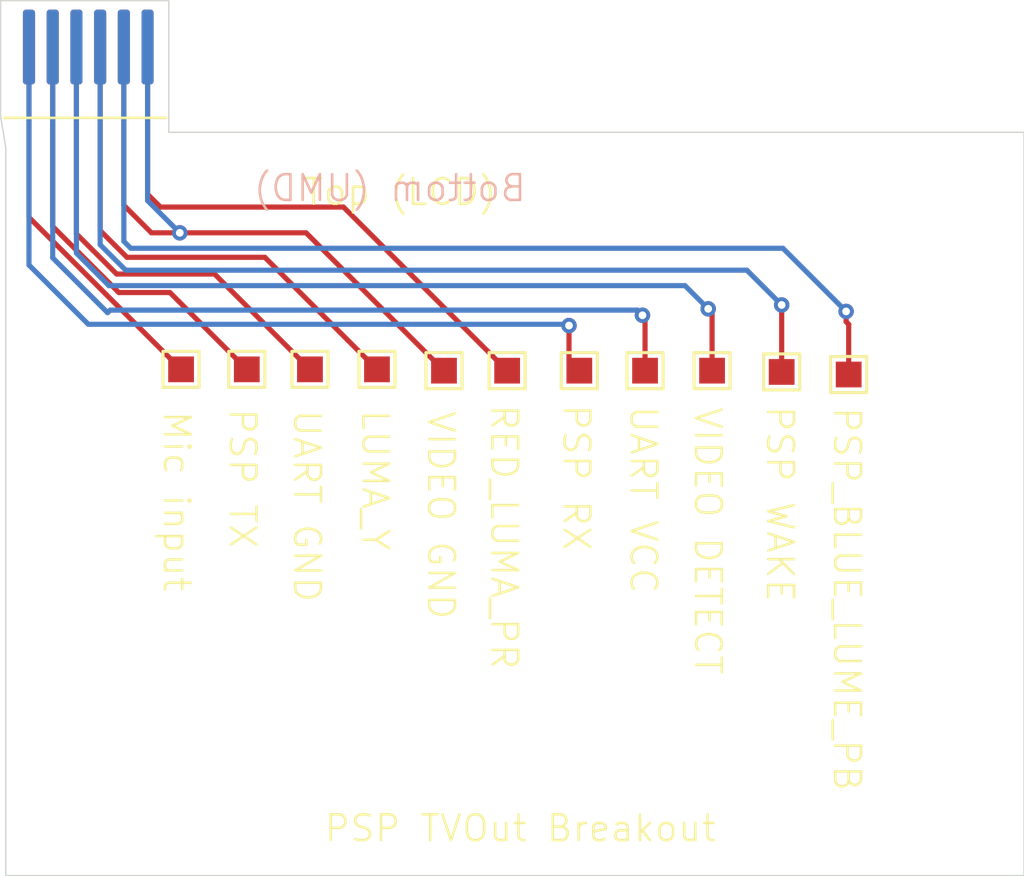
<source format=kicad_pcb>
(kicad_pcb (version 20240108) (generator "pcbnew") (generator_version "8.0")
  (layers (0 "F.Cu" signal) (31 "B.Cu" signal) (34 "B.Paste" user) (35 "F.Paste" user) (36 "B.SilkS" user "B.Silkscreen") (37 "F.SilkS" user "F.Silkscreen") (38 "B.Mask" user) (39 "F.Mask" user) (44 "Edge.Cuts" user))
  (net 0 "")
  (net 1 "/PSPRX")
  (net 2 "/PSP_UART_VCC")
  (net 3 "/PSPTX")
  (net 4 "/PSP_BLUE_LUME_PB")
  (net 5 "/PSP_WAKE")
  (net 6 "/GND")
  (net 7 "/PSP_VIDEO_DETECT")
  (net 8 "/LUMA_Y")
  (net 9 "/RED_LUMA_PR")
  (net 10 "/PSPMICIN")
  (net 11 "/UART_GND")
  (footprint "TestPoint:TestPoint_Pad_1.0x1.0mm" (layer "F.Cu") (at 176.9 76.25)
    (property "Reference" "TP5" (hide yes))
    (property "Value" "TestPoint")
    (fp_line (start -0.7 -0.7) (end 0.7 -0.7) (stroke (width 0.12)) (layer "F.SilkS"))
    (fp_line (start -0.7 0.7) (end -0.7 -0.7) (stroke (width 0.12)) (layer "F.SilkS"))
    (fp_line (start 0.7 -0.7) (end 0.7 0.7) (stroke (width 0.12)) (layer "F.SilkS"))
    (fp_line (start 0.7 0.7) (end -0.7 0.7) (stroke (width 0.12)) (layer "F.SilkS"))
    (pad "1" smd rect (at 0 0) (size 1 1) (layers "F.Cu" "F.Mask") (net 6 "/GND"))
  )
  (footprint "TestPoint:TestPoint_Pad_1.0x1.0mm" (layer "F.Cu") (at 187.3 76.25)
    (property "Reference" "TP9" (hide yes))
    (property "Value" "TestPoint")
    (fp_line (start -0.7 -0.7) (end 0.7 -0.7) (stroke (width 0.12)) (layer "F.SilkS"))
    (fp_line (start -0.7 0.7) (end -0.7 -0.7) (stroke (width 0.12)) (layer "F.SilkS"))
    (fp_line (start 0.7 -0.7) (end 0.7 0.7) (stroke (width 0.12)) (layer "F.SilkS"))
    (fp_line (start 0.7 0.7) (end -0.7 0.7) (stroke (width 0.12)) (layer "F.SilkS"))
    (pad "1" smd rect (at 0 0) (size 1 1) (layers "F.Cu" "F.Mask") (net 7 "/PSP_VIDEO_DETECT"))
  )
  (footprint "TestPoint:TestPoint_Pad_1.0x1.0mm" (layer "F.Cu") (at 192.6 76.4)
    (property "Reference" "TP11" (hide yes))
    (property "Value" "TestPoint")
    (fp_line (start -0.7 -0.7) (end 0.7 -0.7) (stroke (width 0.12)) (layer "F.SilkS"))
    (fp_line (start -0.7 0.7) (end -0.7 -0.7) (stroke (width 0.12)) (layer "F.SilkS"))
    (fp_line (start 0.7 -0.7) (end 0.7 0.7) (stroke (width 0.12)) (layer "F.SilkS"))
    (fp_line (start 0.7 0.7) (end -0.7 0.7) (stroke (width 0.12)) (layer "F.SilkS"))
    (pad "1" smd rect (at 0 0) (size 1 1) (layers "F.Cu" "F.Mask") (net 4 "/PSP_BLUE_LUME_PB"))
  )
  (footprint "TestPoint:TestPoint_Pad_1.0x1.0mm" (layer "F.Cu") (at 184.7 76.25)
    (property "Reference" "TP8" (hide yes))
    (property "Value" "TestPoint")
    (fp_line (start -0.7 -0.7) (end 0.7 -0.7) (stroke (width 0.12)) (layer "F.SilkS"))
    (fp_line (start -0.7 0.7) (end -0.7 -0.7) (stroke (width 0.12)) (layer "F.SilkS"))
    (fp_line (start 0.7 -0.7) (end 0.7 0.7) (stroke (width 0.12)) (layer "F.SilkS"))
    (fp_line (start 0.7 0.7) (end -0.7 0.7) (stroke (width 0.12)) (layer "F.SilkS"))
    (pad "1" smd rect (at 0 0) (size 1 1) (layers "F.Cu" "F.Mask") (net 2 "/PSP_UART_VCC"))
  )
  (footprint "TestPoint:TestPoint_Pad_1.0x1.0mm" (layer "F.Cu") (at 166.7 76.2)
    (property "Reference" "TP1" (hide yes))
    (property "Value" "TestPoint")
    (fp_line (start -0.7 -0.7) (end 0.7 -0.7) (stroke (width 0.12)) (layer "F.SilkS"))
    (fp_line (start -0.7 0.7) (end -0.7 -0.7) (stroke (width 0.12)) (layer "F.SilkS"))
    (fp_line (start 0.7 -0.7) (end 0.7 0.7) (stroke (width 0.12)) (layer "F.SilkS"))
    (fp_line (start 0.7 0.7) (end -0.7 0.7) (stroke (width 0.12)) (layer "F.SilkS"))
    (pad "1" smd rect (at 0 0) (size 1 1) (layers "F.Cu" "F.Mask") (net 10 "/PSPMICIN"))
  )
  (footprint "psp:TVOut Cable" (layer "F.Cu") (at 168.8255 70.9875)
    (property "Reference" "U1" (hide yes))
    (property "Value" "~" (hide yes))
    (fp_line (start -2.7 -4.55) (end -9 -4.55) (stroke (width 0.1)) (layer "F.SilkS"))
    (fp_line (start -9.125 -9.1) (end -9.125 -4.6) (stroke (width 0.05)) (layer "Edge.Cuts"))
    (fp_line (start -2.6 -9.1) (end -9.125 -9.1) (stroke (width 0.05)) (layer "Edge.Cuts"))
    (fp_line (start -2.6 -4.6) (end -2.6 -9.1) (stroke (width 0.05)) (layer "Edge.Cuts"))
    (pad "1" smd roundrect (at -8.025 -7.3 180) (size 0.47 2.9) (layers "F.Cu" "F.Paste" "F.Mask") (net 10 "/PSPMICIN"))
    (pad "2" smd roundrect (at -7.105 -7.3 180) (size 0.47 2.9) (layers "F.Cu" "F.Paste" "F.Mask") (net 3 "/PSPTX"))
    (pad "3" smd roundrect (at -6.185 -7.3 180) (size 0.47 2.9) (layers "F.Cu" "F.Paste" "F.Mask") (net 11 "/UART_GND"))
    (pad "4" smd roundrect (at -5.265 -7.3 180) (size 0.47 2.9) (layers "F.Cu" "F.Paste" "F.Mask") (net 8 "/LUMA_Y"))
    (pad "5" smd roundrect (at -4.345 -7.3 180) (size 0.47 2.9) (layers "F.Cu" "F.Paste" "F.Mask") (net 6 "/GND"))
    (pad "6" smd roundrect (at -3.425 -7.3 180) (size 0.47 2.9) (layers "F.Cu" "F.Paste" "F.Mask") (net 9 "/RED_LUMA_PR"))
    (pad "7" smd roundrect (at -8.025 -7.3 180) (size 0.47 2.9) (layers "B.Cu" "B.Paste" "B.Mask") (net 1 "/PSPRX"))
    (pad "8" smd roundrect (at -7.105 -7.3 180) (size 0.47 2.9) (layers "B.Cu" "B.Paste" "B.Mask") (net 2 "/PSP_UART_VCC"))
    (pad "9" smd roundrect (at -6.185 -7.3 180) (size 0.47 2.9) (layers "B.Cu" "B.Paste" "B.Mask") (net 7 "/PSP_VIDEO_DETECT"))
    (pad "10" smd roundrect (at -5.265 -7.3 180) (size 0.47 2.9) (layers "B.Cu" "B.Paste" "B.Mask") (net 5 "/PSP_WAKE"))
    (pad "11" smd roundrect (at -4.345 -7.3 180) (size 0.47 2.9) (layers "B.Cu" "B.Paste" "B.Mask") (net 4 "/PSP_BLUE_LUME_PB"))
    (pad "12" smd roundrect (at -3.425 -7.3 180) (size 0.47 2.9) (layers "B.Cu" "B.Paste" "B.Mask") (net 6 "/GND"))
  )
  (footprint "TestPoint:TestPoint_Pad_1.0x1.0mm" (layer "F.Cu") (at 179.35 76.25)
    (property "Reference" "TP6" (hide yes))
    (property "Value" "TestPoint")
    (fp_line (start -0.7 -0.7) (end 0.7 -0.7) (stroke (width 0.12)) (layer "F.SilkS"))
    (fp_line (start -0.7 0.7) (end -0.7 -0.7) (stroke (width 0.12)) (layer "F.SilkS"))
    (fp_line (start 0.7 -0.7) (end 0.7 0.7) (stroke (width 0.12)) (layer "F.SilkS"))
    (fp_line (start 0.7 0.7) (end -0.7 0.7) (stroke (width 0.12)) (layer "F.SilkS"))
    (pad "1" smd rect (at 0 0) (size 1 1) (layers "F.Cu" "F.Mask") (net 9 "/RED_LUMA_PR"))
  )
  (footprint "TestPoint:TestPoint_Pad_1.0x1.0mm" (layer "F.Cu") (at 169.25 76.2)
    (property "Reference" "TP2" (hide yes))
    (property "Value" "TestPoint")
    (fp_line (start -0.7 -0.7) (end 0.7 -0.7) (stroke (width 0.12)) (layer "F.SilkS"))
    (fp_line (start -0.7 0.7) (end -0.7 -0.7) (stroke (width 0.12)) (layer "F.SilkS"))
    (fp_line (start 0.7 -0.7) (end 0.7 0.7) (stroke (width 0.12)) (layer "F.SilkS"))
    (fp_line (start 0.7 0.7) (end -0.7 0.7) (stroke (width 0.12)) (layer "F.SilkS"))
    (pad "1" smd rect (at 0 0) (size 1 1) (layers "F.Cu" "F.Mask") (net 3 "/PSPTX"))
  )
  (footprint "TestPoint:TestPoint_Pad_1.0x1.0mm" (layer "F.Cu") (at 171.7 76.2)
    (property "Reference" "TP3" (hide yes))
    (property "Value" "TestPoint")
    (fp_line (start -0.7 -0.7) (end 0.7 -0.7) (stroke (width 0.12)) (layer "F.SilkS"))
    (fp_line (start -0.7 0.7) (end -0.7 -0.7) (stroke (width 0.12)) (layer "F.SilkS"))
    (fp_line (start 0.7 -0.7) (end 0.7 0.7) (stroke (width 0.12)) (layer "F.SilkS"))
    (fp_line (start 0.7 0.7) (end -0.7 0.7) (stroke (width 0.12)) (layer "F.SilkS"))
    (pad "1" smd rect (at 0 0) (size 1 1) (layers "F.Cu" "F.Mask") (net 11 "/UART_GND"))
  )
  (footprint "TestPoint:TestPoint_Pad_1.0x1.0mm" (layer "F.Cu") (at 174.3 76.2)
    (property "Reference" "TP4" (hide yes))
    (property "Value" "TestPoint")
    (fp_line (start -0.7 -0.7) (end 0.7 -0.7) (stroke (width 0.12)) (layer "F.SilkS"))
    (fp_line (start -0.7 0.7) (end -0.7 -0.7) (stroke (width 0.12)) (layer "F.SilkS"))
    (fp_line (start 0.7 -0.7) (end 0.7 0.7) (stroke (width 0.12)) (layer "F.SilkS"))
    (fp_line (start 0.7 0.7) (end -0.7 0.7) (stroke (width 0.12)) (layer "F.SilkS"))
    (pad "1" smd rect (at 0 0) (size 1 1) (layers "F.Cu" "F.Mask") (net 8 "/LUMA_Y"))
  )
  (footprint "TestPoint:TestPoint_Pad_1.0x1.0mm" (layer "F.Cu") (at 182.15 76.25)
    (property "Reference" "TP7" (hide yes))
    (property "Value" "TestPoint")
    (fp_line (start -0.7 -0.7) (end 0.7 -0.7) (stroke (width 0.12)) (layer "F.SilkS"))
    (fp_line (start -0.7 0.7) (end -0.7 -0.7) (stroke (width 0.12)) (layer "F.SilkS"))
    (fp_line (start 0.7 -0.7) (end 0.7 0.7) (stroke (width 0.12)) (layer "F.SilkS"))
    (fp_line (start 0.7 0.7) (end -0.7 0.7) (stroke (width 0.12)) (layer "F.SilkS"))
    (pad "1" smd rect (at 0 0) (size 1 1) (layers "F.Cu" "F.Mask") (net 1 "/PSPRX"))
  )
  (footprint "TestPoint:TestPoint_Pad_1.0x1.0mm" (layer "F.Cu") (at 190 76.3)
    (property "Reference" "TP10" (hide yes))
    (property "Value" "TestPoint")
    (fp_line (start -0.7 -0.7) (end 0.7 -0.7) (stroke (width 0.12)) (layer "F.SilkS"))
    (fp_line (start -0.7 0.7) (end -0.7 -0.7) (stroke (width 0.12)) (layer "F.SilkS"))
    (fp_line (start 0.7 -0.7) (end 0.7 0.7) (stroke (width 0.12)) (layer "F.SilkS"))
    (fp_line (start 0.7 0.7) (end -0.7 0.7) (stroke (width 0.12)) (layer "F.SilkS"))
    (pad "1" smd rect (at 0 0) (size 1 1) (layers "F.Cu" "F.Mask") (net 5 "/PSP_WAKE"))
  )
  (gr_line (start 166.225 67) (end 199.4 67) (stroke (width 0.05)) (layer "Edge.Cuts"))
  (gr_line (start 159.9 67.6) (end 159.9 95.85) (stroke (width 0.05)) (layer "Edge.Cuts"))
  (gr_line (start 166.2255 66.3875) (end 166.225 67) (stroke (width 0.05)) (layer "Edge.Cuts"))
  (gr_line (start 199.4 95.85) (end 159.9 95.85) (stroke (width 0.05)) (layer "Edge.Cuts"))
  (gr_line (start 199.4 67) (end 199.4 95.85) (stroke (width 0.05)) (layer "Edge.Cuts"))
  (gr_line (start 159.7005 66.3875) (end 159.9 67.6) (stroke (width 0.05)) (layer "Edge.Cuts"))
  (gr_text "Bottom (UMD)" (at 180.15 69.75 0) (layer "B.SilkS") (effects (font (size 1 1) (thickness 0.1)) (justify left bottom mirror)))
  (gr_text "PSP TVOut Breakout" (at 172.2 94.6 0) (layer "F.SilkS") (effects (font (size 1 1) (thickness 0.1)) (justify left bottom)))
  (gr_text "PSP RX" (at 181.45 77.5 -90) (layer "F.SilkS") (effects (font (size 1 1) (thickness 0.1)) (justify left bottom)))
  (gr_text "VIDEO DETECT" (at 186.55 77.6 -90) (layer "F.SilkS") (effects (font (size 1 1) (thickness 0.1)) (justify left bottom)))
  (gr_text "UART GND" (at 171 77.7 270) (layer "F.SilkS") (effects (font (size 1 1) (thickness 0.1)) (justify left bottom)))
  (gr_text "PSP_BLUE_LUME_PB" (at 191.95 77.6 -90) (layer "F.SilkS") (effects (font (size 1 1) (thickness 0.1)) (justify left bottom)))
  (gr_text "Top (LCD)" (at 171.4 69.9 0) (layer "F.SilkS") (effects (font (size 1 1) (thickness 0.1)) (justify left bottom)))
  (gr_text "RED_LUMA_PR" (at 178.65 77.5 -90) (layer "F.SilkS") (effects (font (size 1 1) (thickness 0.1)) (justify left bottom)))
  (gr_text "LUMA_Y" (at 173.65 77.7 -90) (layer "F.SilkS") (effects (font (size 1 1) (thickness 0.1)) (justify left bottom)))
  (gr_text "VIDEO GND" (at 176.2 77.75 270) (layer "F.SilkS") (effects (font (size 1 1) (thickness 0.1)) (justify left bottom)))
  (gr_text "PSP WAKE" (at 189.35 77.55 -90) (layer "F.SilkS") (effects (font (size 1 1) (thickness 0.1)) (justify left bottom)))
  (gr_text "Mic input" (at 165.95 77.75 -90) (layer "F.SilkS") (effects (font (size 1 1) (thickness 0.1)) (justify left bottom)))
  (gr_text "UART VCC" (at 184.05 77.55 -90) (layer "F.SilkS") (effects (font (size 1 1) (thickness 0.1)) (justify left bottom)))
  (gr_text "PSP TX" (at 168.5 77.65 -90) (layer "F.SilkS") (effects (font (size 1 1) (thickness 0.1)) (justify left bottom)))
  (segment (start 181.75 75.85) (end 182.15 76.25) (width 0.2) (layer "F.Cu") (net 1))
  (segment (start 181.75 74.5) (end 181.75 75.85) (width 0.2) (layer "F.Cu") (net 1))
  (via (at 181.75 74.5) (size 0.6) (drill 0.3) (layers "F.Cu" "B.Cu") (net 1))
  (segment (start 160.8 72.15) (end 163.1 74.45) (width 0.2) (layer "B.Cu") (net 1))
  (segment (start 160.8005 65.137499) (end 160.8 65.137999) (width 0.2) (layer "B.Cu") (net 1))
  (segment (start 160.8 65.137999) (end 160.8 71.75) (width 0.2) (layer "B.Cu") (net 1))
  (segment (start 181.7 74.45) (end 181.75 74.5) (width 0.2) (layer "B.Cu") (net 1))
  (segment (start 160.8005 63.6875) (end 160.8005 65.137499) (width 0.2) (layer "B.Cu") (net 1))
  (segment (start 163.1 74.45) (end 181.7 74.45) (width 0.2) (layer "B.Cu") (net 1))
  (segment (start 160.8 71.75) (end 160.8 72.15) (width 0.2) (layer "B.Cu") (net 1))
  (segment (start 184.6 74.1) (end 184.7 74.2) (width 0.2) (layer "F.Cu") (net 2))
  (segment (start 184.7 74.2) (end 184.7 76.25) (width 0.2) (layer "F.Cu") (net 2))
  (via (at 184.6 74.1) (size 0.6) (drill 0.3) (layers "F.Cu" "B.Cu") (net 2))
  (segment (start 163.95 73.9) (end 184.4 73.9) (width 0.2) (layer "B.Cu") (net 2))
  (segment (start 161.7205 71.8705) (end 163.85 74) (width 0.2) (layer "B.Cu") (net 2))
  (segment (start 161.7205 63.6875) (end 161.7205 71.8705) (width 0.2) (layer "B.Cu") (net 2))
  (segment (start 184.4 73.9) (end 184.6 74.1) (width 0.2) (layer "B.Cu") (net 2))
  (segment (start 163.85 74) (end 163.95 73.9) (width 0.2) (layer "B.Cu") (net 2))
  (segment (start 161.7205 63.6875) (end 161.7205 70.654814) (width 0.2) (layer "F.Cu") (net 3))
  (segment (start 164.282843 73.217157) (end 166.267157 73.217157) (width 0.2) (layer "F.Cu") (net 3))
  (segment (start 161.7205 70.654814) (end 164.282843 73.217157) (width 0.2) (layer "F.Cu") (net 3))
  (segment (start 166.267157 73.217157) (end 169.25 76.2) (width 0.2) (layer "F.Cu") (net 3))
  (segment (start 192.6 74.45) (end 192.6 76.4) (width 0.2) (layer "F.Cu") (net 4))
  (segment (start 192.5 73.95) (end 192.5 74.35) (width 0.2) (layer "F.Cu") (net 4))
  (segment (start 192.5 74.35) (end 192.6 74.45) (width 0.2) (layer "F.Cu") (net 4))
  (via (at 192.5 73.95) (size 0.6) (drill 0.3) (layers "F.Cu" "B.Cu") (net 4))
  (segment (start 164.4805 63.6875) (end 164.4805 71.2305) (width 0.2) (layer "B.Cu") (net 4))
  (segment (start 164.4805 71.2305) (end 164.75 71.5) (width 0.2) (layer "B.Cu") (net 4))
  (segment (start 164.75 71.5) (end 190.05 71.5) (width 0.2) (layer "B.Cu") (net 4))
  (segment (start 190.05 71.5) (end 192.5 73.95) (width 0.2) (layer "B.Cu") (net 4))
  (segment (start 190 73.7) (end 190 76.3) (width 0.2) (layer "F.Cu") (net 5))
  (via (at 190 73.7) (size 0.6) (drill 0.3) (layers "F.Cu" "B.Cu") (net 5))
  (segment (start 164.55 72.35) (end 188.65 72.35) (width 0.2) (layer "B.Cu") (net 5))
  (segment (start 163.5605 63.6875) (end 163.5605 71.3605) (width 0.2) (layer "B.Cu") (net 5))
  (segment (start 163.5605 71.3605) (end 164.55 72.35) (width 0.2) (layer "B.Cu") (net 5))
  (segment (start 188.65 72.35) (end 190 73.7) (width 0.2) (layer "B.Cu") (net 5))
  (segment (start 165.55 70.9) (end 166.65 70.9) (width 0.2) (layer "F.Cu") (net 6))
  (segment (start 166.65 70.9) (end 171.55 70.9) (width 0.2) (layer "F.Cu") (net 6))
  (segment (start 171.55 70.9) (end 176.9 76.25) (width 0.2) (layer "F.Cu") (net 6))
  (segment (start 164.4805 63.6875) (end 164.4805 69.8305) (width 0.2) (layer "F.Cu") (net 6))
  (segment (start 164.4805 69.8305) (end 165.55 70.9) (width 0.2) (layer "F.Cu") (net 6))
  (via (at 166.65 70.9) (size 0.6) (drill 0.3) (layers "F.Cu" "B.Cu") (net 6))
  (segment (start 165.4005 63.6875) (end 165.4005 69.6505) (width 0.2) (layer "B.Cu") (net 6))
  (segment (start 165.4005 69.6505) (end 166.65 70.9) (width 0.2) (layer "B.Cu") (net 6))
  (segment (start 187.3 74) (end 187.3 76.25) (width 0.2) (layer "F.Cu") (net 7))
  (segment (start 187.15 73.85) (end 187.3 74) (width 0.2) (layer "F.Cu") (net 7))
  (via (at 187.15 73.85) (size 0.6) (drill 0.3) (layers "F.Cu" "B.Cu") (net 7))
  (segment (start 186.25 72.95) (end 187.15 73.85) (width 0.2) (layer "B.Cu") (net 7))
  (segment (start 162.6405 63.6875) (end 162.6405 71.6905) (width 0.2) (layer "B.Cu") (net 7))
  (segment (start 162.6405 71.6905) (end 163.9 72.95) (width 0.2) (layer "B.Cu") (net 7))
  (segment (start 163.9 72.95) (end 186.25 72.95) (width 0.2) (layer "B.Cu") (net 7))
  (segment (start 163.5605 70.8105) (end 164.6 71.85) (width 0.2) (layer "F.Cu") (net 8))
  (segment (start 163.5605 63.6875) (end 163.5605 70.8105) (width 0.2) (layer "F.Cu") (net 8))
  (segment (start 164.6 71.85) (end 169.95 71.85) (width 0.2) (layer "F.Cu") (net 8))
  (segment (start 169.95 71.85) (end 174.3 76.2) (width 0.2) (layer "F.Cu") (net 8))
  (segment (start 165.4005 69.4005) (end 165.9 69.9) (width 0.2) (layer "F.Cu") (net 9))
  (segment (start 165.4005 63.6875) (end 165.4005 69.4005) (width 0.2) (layer "F.Cu") (net 9))
  (segment (start 173 69.9) (end 179.35 76.25) (width 0.2) (layer "F.Cu") (net 9))
  (segment (start 165.9 69.9) (end 173 69.9) (width 0.2) (layer "F.Cu") (net 9))
  (segment (start 160.8005 63.6875) (end 160.8005 70.3005) (width 0.2) (layer "F.Cu") (net 10))
  (segment (start 160.8005 70.3005) (end 166.7 76.2) (width 0.2) (layer "F.Cu") (net 10))
  (segment (start 162.6405 70.9405) (end 164.2 72.5) (width 0.2) (layer "F.Cu") (net 11))
  (segment (start 162.6405 63.6875) (end 162.6405 70.9405) (width 0.2) (layer "F.Cu") (net 11))
  (segment (start 168 72.5) (end 171.7 76.2) (width 0.2) (layer "F.Cu") (net 11))
  (segment (start 164.2 72.5) (end 168 72.5) (width 0.2) (layer "F.Cu") (net 11))
)
</source>
